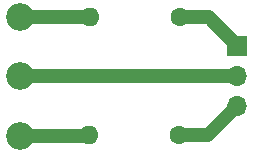
<source format=gbr>
G04 #@! TF.GenerationSoftware,KiCad,Pcbnew,5.0.0-fee4fd1~66~ubuntu16.04.1*
G04 #@! TF.CreationDate,2018-10-16T21:06:01+02:00*
G04 #@! TF.ProjectId,signal_mover,7369676E616C5F6D6F7665722E6B6963,rev?*
G04 #@! TF.SameCoordinates,PX3c8eee0PY60e4b00*
G04 #@! TF.FileFunction,Copper,L2,Bot,Signal*
G04 #@! TF.FilePolarity,Positive*
%FSLAX46Y46*%
G04 Gerber Fmt 4.6, Leading zero omitted, Abs format (unit mm)*
G04 Created by KiCad (PCBNEW 5.0.0-fee4fd1~66~ubuntu16.04.1) date Tue Oct 16 21:06:01 2018*
%MOMM*%
%LPD*%
G01*
G04 APERTURE LIST*
G04 #@! TA.AperFunction,ComponentPad*
%ADD10O,1.600000X1.600000*%
G04 #@! TD*
G04 #@! TA.AperFunction,ComponentPad*
%ADD11C,1.600000*%
G04 #@! TD*
G04 #@! TA.AperFunction,ComponentPad*
%ADD12O,1.700000X1.700000*%
G04 #@! TD*
G04 #@! TA.AperFunction,ComponentPad*
%ADD13R,1.700000X1.700000*%
G04 #@! TD*
G04 #@! TA.AperFunction,ComponentPad*
%ADD14C,2.340000*%
G04 #@! TD*
G04 #@! TA.AperFunction,Conductor*
%ADD15C,1.200000*%
G04 #@! TD*
G04 APERTURE END LIST*
D10*
G04 #@! TO.P,R2,2*
G04 #@! TO.N,Net-(R2-Pad2)*
X9906000Y2476500D03*
D11*
G04 #@! TO.P,R2,1*
G04 #@! TO.N,Net-(P1-Pad3)*
X17526000Y2476500D03*
G04 #@! TD*
D10*
G04 #@! TO.P,R1,2*
G04 #@! TO.N,Net-(R1-Pad2)*
X10033000Y12446000D03*
D11*
G04 #@! TO.P,R1,1*
G04 #@! TO.N,Net-(P1-Pad1)*
X17653000Y12446000D03*
G04 #@! TD*
D12*
G04 #@! TO.P,P1,3*
G04 #@! TO.N,Net-(P1-Pad3)*
X22479000Y4953000D03*
G04 #@! TO.P,P1,2*
G04 #@! TO.N,Net-(P1-Pad2)*
X22479000Y7493000D03*
D13*
G04 #@! TO.P,P1,1*
G04 #@! TO.N,Net-(P1-Pad1)*
X22479000Y10033000D03*
G04 #@! TD*
D14*
G04 #@! TO.P,RV1,1*
G04 #@! TO.N,Net-(R1-Pad2)*
X4064000Y12446000D03*
G04 #@! TO.P,RV1,2*
G04 #@! TO.N,Net-(P1-Pad2)*
X4064000Y7446000D03*
G04 #@! TO.P,RV1,3*
G04 #@! TO.N,Net-(R2-Pad2)*
X4064000Y2446000D03*
G04 #@! TD*
D15*
G04 #@! TO.N,Net-(P1-Pad1)*
X20066000Y12446000D02*
X22479000Y10033000D01*
X17653000Y12446000D02*
X20066000Y12446000D01*
G04 #@! TO.N,Net-(P1-Pad2)*
X22432000Y7446000D02*
X22479000Y7493000D01*
X4572000Y7446000D02*
X22432000Y7446000D01*
G04 #@! TO.N,Net-(P1-Pad3)*
X20002500Y2476500D02*
X22479000Y4953000D01*
X17526000Y2476500D02*
X20002500Y2476500D01*
G04 #@! TO.N,Net-(R1-Pad2)*
X4572000Y12446000D02*
X10033000Y12446000D01*
G04 #@! TO.N,Net-(R2-Pad2)*
X9875500Y2446000D02*
X9906000Y2476500D01*
X4572000Y2446000D02*
X9875500Y2446000D01*
G04 #@! TD*
M02*

</source>
